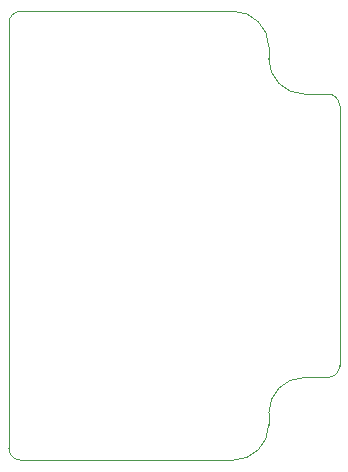
<source format=gbr>
%TF.GenerationSoftware,KiCad,Pcbnew,5.99.0-unknown-ad1ee958b0~131~ubuntu20.04.1*%
%TF.CreationDate,2021-09-09T23:45:54+08:00*%
%TF.ProjectId,di-mipi-lcd,64692d6d-6970-4692-9d6c-63642e6b6963,rev?*%
%TF.SameCoordinates,Original*%
%TF.FileFunction,Profile,NP*%
%FSLAX46Y46*%
G04 Gerber Fmt 4.6, Leading zero omitted, Abs format (unit mm)*
G04 Created by KiCad (PCBNEW 5.99.0-unknown-ad1ee958b0~131~ubuntu20.04.1) date 2021-09-09 23:45:54*
%MOMM*%
%LPD*%
G01*
G04 APERTURE LIST*
%TA.AperFunction,Profile*%
%ADD10C,0.100000*%
%TD*%
G04 APERTURE END LIST*
D10*
X158000000Y-129000000D02*
X156000000Y-129000000D01*
X159000000Y-106000000D02*
X159000000Y-128000000D01*
X153000000Y-102000000D02*
X153000000Y-101000000D01*
X131000000Y-135000000D02*
X131000000Y-99000000D01*
X159000000Y-106000000D02*
G75*
G03*
X158000000Y-105000000I-1000000J0D01*
G01*
X158000000Y-129000000D02*
G75*
G03*
X159000000Y-128000000I0J1000000D01*
G01*
X156000000Y-129000000D02*
G75*
G03*
X153000000Y-132000000I0J-3000000D01*
G01*
X132000000Y-98000000D02*
X150000000Y-98000000D01*
X156000000Y-105000000D02*
G75*
G02*
X153000000Y-102000000I0J3000000D01*
G01*
X156000000Y-105000000D02*
X158000000Y-105000000D01*
X131000000Y-99000000D02*
G75*
G02*
X132000000Y-98000000I1000000J0D01*
G01*
X153000000Y-101000000D02*
G75*
G03*
X150000000Y-98000000I-3000000J0D01*
G01*
X153000000Y-102000000D02*
X153000000Y-102000000D01*
X153000000Y-133000000D02*
X153000000Y-132000000D01*
X150000000Y-136000000D02*
X132000000Y-136000000D01*
X132000000Y-136000000D02*
G75*
G02*
X131000000Y-135000000I0J1000000D01*
G01*
X150000000Y-136000000D02*
G75*
G03*
X153000000Y-133000000I0J3000000D01*
G01*
M02*

</source>
